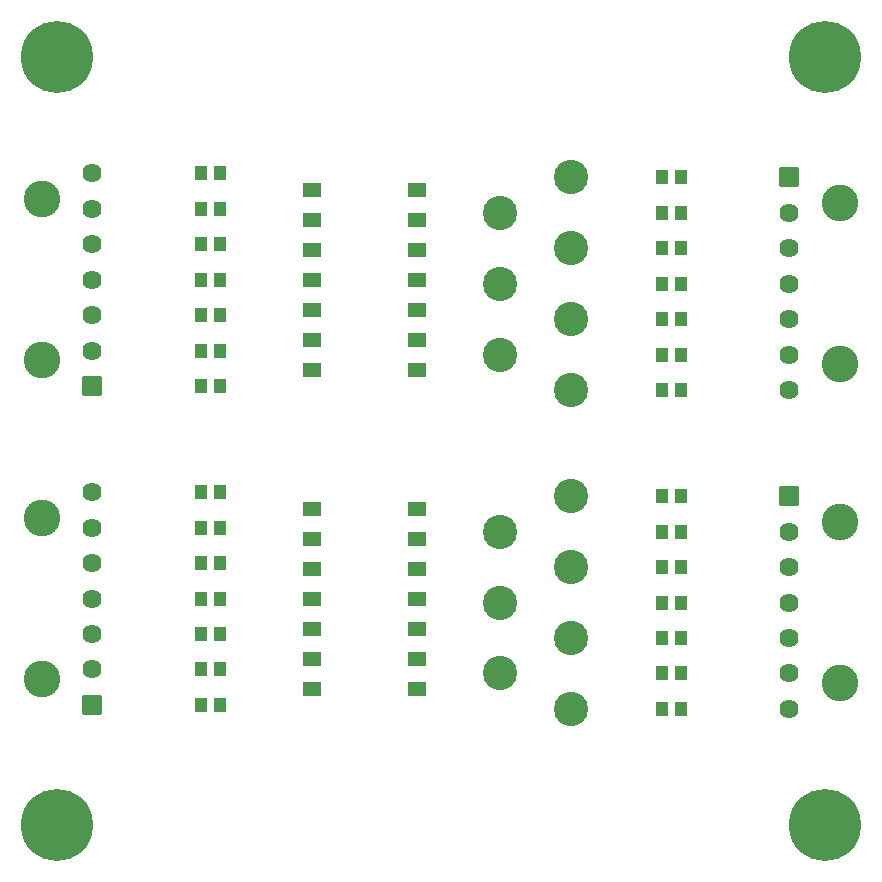
<source format=gbr>
%TF.GenerationSoftware,KiCad,Pcbnew,(6.0.7)*%
%TF.CreationDate,2023-01-31T19:11:19-06:00*%
%TF.ProjectId,BPS_Scrutineering,4250535f-5363-4727-9574-696e65657269,rev?*%
%TF.SameCoordinates,Original*%
%TF.FileFunction,Soldermask,Top*%
%TF.FilePolarity,Negative*%
%FSLAX46Y46*%
G04 Gerber Fmt 4.6, Leading zero omitted, Abs format (unit mm)*
G04 Created by KiCad (PCBNEW (6.0.7)) date 2023-01-31 19:11:19*
%MOMM*%
%LPD*%
G01*
G04 APERTURE LIST*
G04 Aperture macros list*
%AMRoundRect*
0 Rectangle with rounded corners*
0 $1 Rounding radius*
0 $2 $3 $4 $5 $6 $7 $8 $9 X,Y pos of 4 corners*
0 Add a 4 corners polygon primitive as box body*
4,1,4,$2,$3,$4,$5,$6,$7,$8,$9,$2,$3,0*
0 Add four circle primitives for the rounded corners*
1,1,$1+$1,$2,$3*
1,1,$1+$1,$4,$5*
1,1,$1+$1,$6,$7*
1,1,$1+$1,$8,$9*
0 Add four rect primitives between the rounded corners*
20,1,$1+$1,$2,$3,$4,$5,0*
20,1,$1+$1,$4,$5,$6,$7,0*
20,1,$1+$1,$6,$7,$8,$9,0*
20,1,$1+$1,$8,$9,$2,$3,0*%
G04 Aperture macros list end*
%ADD10C,3.100000*%
%ADD11C,1.620000*%
%ADD12RoundRect,0.050000X-0.760000X0.760000X-0.760000X-0.760000X0.760000X-0.760000X0.760000X0.760000X0*%
%ADD13RoundRect,0.050000X0.760000X-0.760000X0.760000X0.760000X-0.760000X0.760000X-0.760000X-0.760000X0*%
%ADD14RoundRect,0.050000X-0.750000X0.550000X-0.750000X-0.550000X0.750000X-0.550000X0.750000X0.550000X0*%
%ADD15RoundRect,0.050000X-0.470000X-0.505000X0.470000X-0.505000X0.470000X0.505000X-0.470000X0.505000X0*%
%ADD16C,2.900000*%
%ADD17C,6.100000*%
G04 APERTURE END LIST*
D10*
%TO.C,JC1*%
X82740600Y-86387250D03*
X82740600Y-100067250D03*
D11*
X87040600Y-84227250D03*
X87040600Y-87227250D03*
X87040600Y-90227250D03*
X87040600Y-93227250D03*
X87040600Y-96227250D03*
X87040600Y-99227250D03*
D12*
X87040600Y-102227250D03*
%TD*%
D10*
%TO.C,JC2*%
X150340600Y-86730750D03*
X150340600Y-100410750D03*
D11*
X146040600Y-102570750D03*
X146040600Y-99570750D03*
X146040600Y-96570750D03*
X146040600Y-93570750D03*
X146040600Y-90570750D03*
X146040600Y-87570750D03*
D13*
X146040600Y-84570750D03*
%TD*%
D14*
%TO.C,SW1*%
X114490600Y-85607250D03*
X105590600Y-85607250D03*
X114490600Y-88147250D03*
X105590600Y-88147250D03*
X114490600Y-90687250D03*
X105590600Y-90687250D03*
X114490600Y-93227250D03*
X105590600Y-93227250D03*
X114490600Y-95767250D03*
X105590600Y-95767250D03*
X114490600Y-98307250D03*
X105590600Y-98307250D03*
X114490600Y-100847250D03*
X105590600Y-100847250D03*
%TD*%
%TO.C,SW2*%
X114490600Y-112607250D03*
X105590600Y-112607250D03*
X114490600Y-115147250D03*
X105590600Y-115147250D03*
X114490600Y-117687250D03*
X105590600Y-117687250D03*
X114490600Y-120227250D03*
X105590600Y-120227250D03*
X114490600Y-122767250D03*
X105590600Y-122767250D03*
X114490600Y-125307250D03*
X105590600Y-125307250D03*
X114490600Y-127847250D03*
X105590600Y-127847250D03*
%TD*%
D10*
%TO.C,JC4*%
X150340600Y-113730750D03*
X150340600Y-127410750D03*
D11*
X146040600Y-129570750D03*
X146040600Y-126570750D03*
X146040600Y-123570750D03*
X146040600Y-120570750D03*
X146040600Y-117570750D03*
X146040600Y-114570750D03*
D13*
X146040600Y-111570750D03*
%TD*%
D15*
%TO.C,F15*%
X96255600Y-84227250D03*
X97835600Y-84227250D03*
%TD*%
%TO.C,F14*%
X135273200Y-129570750D03*
X136853200Y-129570750D03*
%TD*%
%TO.C,F27*%
X96250600Y-126227250D03*
X97830600Y-126227250D03*
%TD*%
%TO.C,F25*%
X96250600Y-120227250D03*
X97830600Y-120227250D03*
%TD*%
D16*
%TO.C,TP8*%
X127563200Y-111570750D03*
%TD*%
D15*
%TO.C,F20*%
X96255600Y-99227250D03*
X97835600Y-99227250D03*
%TD*%
%TO.C,F9*%
X135273200Y-114570750D03*
X136853200Y-114570750D03*
%TD*%
%TO.C,F28*%
X96250600Y-129227250D03*
X97830600Y-129227250D03*
%TD*%
%TO.C,F11*%
X135273200Y-120570750D03*
X136853200Y-120570750D03*
%TD*%
%TO.C,F2*%
X135273200Y-87570750D03*
X136853200Y-87570750D03*
%TD*%
D16*
%TO.C,TP14*%
X127563200Y-129570750D03*
%TD*%
D15*
%TO.C,F23*%
X96255600Y-114227250D03*
X97835600Y-114227250D03*
%TD*%
D10*
%TO.C,JC3*%
X82740600Y-113387250D03*
X82740600Y-127067250D03*
D11*
X87040600Y-111227250D03*
X87040600Y-114227250D03*
X87040600Y-117227250D03*
X87040600Y-120227250D03*
X87040600Y-123227250D03*
X87040600Y-126227250D03*
D12*
X87040600Y-129227250D03*
%TD*%
D16*
%TO.C,TP9*%
X121563200Y-114570750D03*
%TD*%
D15*
%TO.C,F13*%
X135273200Y-126570750D03*
X136853200Y-126570750D03*
%TD*%
D16*
%TO.C,TP13*%
X121563200Y-126570750D03*
%TD*%
D17*
%TO.C,H2*%
X149040600Y-139399000D03*
%TD*%
D15*
%TO.C,F4*%
X135273200Y-93570750D03*
X136853200Y-93570750D03*
%TD*%
D16*
%TO.C,TP6*%
X121563200Y-99570750D03*
%TD*%
D17*
%TO.C,H3*%
X149040600Y-74399000D03*
%TD*%
D16*
%TO.C,TP12*%
X127563200Y-123570750D03*
%TD*%
D15*
%TO.C,F18*%
X96255600Y-93227250D03*
X97835600Y-93227250D03*
%TD*%
%TO.C,F6*%
X135273200Y-99570750D03*
X136853200Y-99570750D03*
%TD*%
%TO.C,F26*%
X96250600Y-123227250D03*
X97830600Y-123227250D03*
%TD*%
%TO.C,F10*%
X135273200Y-117570750D03*
X136853200Y-117570750D03*
%TD*%
%TO.C,F19*%
X96255600Y-96227250D03*
X97835600Y-96227250D03*
%TD*%
D16*
%TO.C,TP7*%
X127563200Y-102570750D03*
%TD*%
D15*
%TO.C,F17*%
X96255600Y-90227250D03*
X97835600Y-90227250D03*
%TD*%
%TO.C,F21*%
X96255600Y-102227250D03*
X97835600Y-102227250D03*
%TD*%
D16*
%TO.C,TP3*%
X127563200Y-90570750D03*
%TD*%
D15*
%TO.C,F12*%
X135273200Y-123570750D03*
X136853200Y-123570750D03*
%TD*%
D16*
%TO.C,TP11*%
X121563200Y-120570750D03*
%TD*%
D17*
%TO.C,H4*%
X84040600Y-74399000D03*
%TD*%
%TO.C,H1*%
X84040600Y-139399000D03*
%TD*%
D15*
%TO.C,F16*%
X96255600Y-87227250D03*
X97835600Y-87227250D03*
%TD*%
D16*
%TO.C,TP2*%
X121563200Y-87570750D03*
%TD*%
%TO.C,TP4*%
X121563200Y-93570750D03*
%TD*%
D15*
%TO.C,F7*%
X135273200Y-102570750D03*
X136853200Y-102570750D03*
%TD*%
%TO.C,F24*%
X96255600Y-117227250D03*
X97835600Y-117227250D03*
%TD*%
%TO.C,F1*%
X135273200Y-84570750D03*
X136853200Y-84570750D03*
%TD*%
%TO.C,F8*%
X135273200Y-111570750D03*
X136853200Y-111570750D03*
%TD*%
D16*
%TO.C,TP10*%
X127563200Y-117570750D03*
%TD*%
%TO.C,TP5*%
X127563200Y-96570750D03*
%TD*%
D15*
%TO.C,F3*%
X135273200Y-90570750D03*
X136853200Y-90570750D03*
%TD*%
%TO.C,F22*%
X96255600Y-111227250D03*
X97835600Y-111227250D03*
%TD*%
D16*
%TO.C,TP1*%
X127563200Y-84570750D03*
%TD*%
D15*
%TO.C,F5*%
X135273200Y-96570750D03*
X136853200Y-96570750D03*
%TD*%
M02*

</source>
